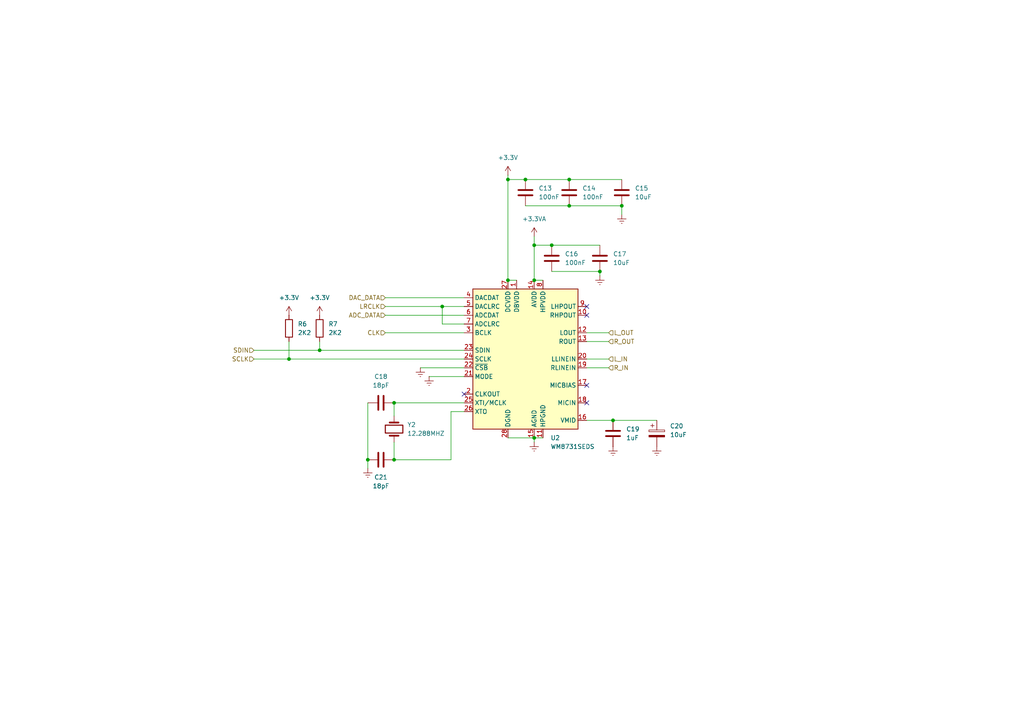
<source format=kicad_sch>
(kicad_sch (version 20231120) (generator "eeschema") (generator_version "8.0")
  (paper "A4")
  (lib_symbols
    (symbol "Audio:WM8731SEDS"
      (property "Reference" "U" (at -13.97 21.59 0))
      (property "Value" "WM8731SEDS" (at 0 5.08 0))
      (symbol "WM8731SEDS_0_1"
        (rectangle (start -15.24 20.32) (end 15.24 -20.32) (stroke (width 0.254)) (fill (type background)))
      )
      (symbol "WM8731SEDS_1_1"
        (pin power_in line (at -2.54 22.86 270) (length 2.54) (name "DBVDD") (number "1"))
        (pin output line (at 17.78 12.7 180) (length 2.54) (name "RHPOUT") (number "10"))
        (pin power_in line (at 5.08 -22.86 90) (length 2.54) (name "HPGND") (number "11"))
        (pin output line (at 17.78 7.62 180) (length 2.54) (name "LOUT") (number "12"))
        (pin output line (at 17.78 5.08 180) (length 2.54) (name "ROUT") (number "13"))
        (pin power_in line (at 2.54 22.86 270) (length 2.54) (name "AVDD") (number "14"))
        (pin power_in line (at 2.54 -22.86 90) (length 2.54) (name "AGND") (number "15"))
        (pin passive line (at 17.78 -17.78 180) (length 2.54) (name "VMID") (number "16"))
        (pin output line (at 17.78 -7.62 180) (length 2.54) (name "MICBIAS") (number "17"))
        (pin input line (at 17.78 -12.7 180) (length 2.54) (name "MICIN") (number "18"))
        (pin input line (at 17.78 -2.54 180) (length 2.54) (name "RLINEIN") (number "19"))
        (pin output line (at -17.78 -10.16 0) (length 2.54) (name "CLKOUT") (number "2"))
        (pin input line (at 17.78 0 180) (length 2.54) (name "LLINEIN") (number "20"))
        (pin input line (at -17.78 -5.08 0) (length 2.54) (name "MODE") (number "21"))
        (pin input line (at -17.78 -2.54 0) (length 2.54) (name "~{CSB}") (number "22"))
        (pin bidirectional line (at -17.78 2.54 0) (length 2.54) (name "SDIN") (number "23"))
        (pin input line (at -17.78 0 0) (length 2.54) (name "SCLK") (number "24"))
        (pin input line (at -17.78 -12.7 0) (length 2.54) (name "XTI/MCLK") (number "25"))
        (pin output line (at -17.78 -15.24 0) (length 2.54) (name "XTO") (number "26"))
        (pin power_in line (at -5.08 22.86 270) (length 2.54) (name "DCVDD") (number "27"))
        (pin power_in line (at -5.08 -22.86 90) (length 2.54) (name "DGND") (number "28"))
        (pin bidirectional line (at -17.78 7.62 0) (length 2.54) (name "BCLK") (number "3"))
        (pin input line (at -17.78 17.78 0) (length 2.54) (name "DACDAT") (number "4"))
        (pin bidirectional line (at -17.78 15.24 0) (length 2.54) (name "DACLRC") (number "5"))
        (pin output line (at -17.78 12.7 0) (length 2.54) (name "ADCDAT") (number "6"))
        (pin bidirectional line (at -17.78 10.16 0) (length 2.54) (name "ADCLRC") (number "7"))
        (pin power_in line (at 5.08 22.86 270) (length 2.54) (name "HPVDD") (number "8"))
        (pin output line (at 17.78 15.24 180) (length 2.54) (name "LHPOUT") (number "9"))
      )
    )
    (symbol "Device:C" (pin_numbers hide) (pin_names (offset 0.254))
      (property "Reference" "C" (at 0.635 2.54 0))
      (property "Value" "C" (at 0.635 -2.54 0))
      (symbol "C_0_1"
        (polyline (pts (xy -2.032 -0.762) (xy 2.032 -0.762)) (stroke (width 0.508)))
        (polyline (pts (xy -2.032 0.762) (xy 2.032 0.762)) (stroke (width 0.508)))
      )
      (symbol "C_1_1"
        (pin passive line (at 0 3.81 270) (length 2.794) (name "~") (number "1"))
        (pin passive line (at 0 -3.81 90) (length 2.794) (name "~") (number "2"))
      )
    )
    (symbol "Device:C_Polarized" (pin_numbers hide) (pin_names (offset 0.254))
      (property "Reference" "C" (at 0.635 2.54 0))
      (property "Value" "C_Polarized" (at 0.635 -2.54 0))
      (symbol "C_Polarized_0_1"
        (rectangle (start -2.286 0.508) (end 2.286 1.016))
        (polyline (pts (xy -1.778 2.286) (xy -0.762 2.286)))
        (polyline (pts (xy -1.27 2.794) (xy -1.27 1.778)))
        (rectangle (start 2.286 -0.508) (end -2.286 -1.016) (fill (type outline)))
      )
      (symbol "C_Polarized_1_1"
        (pin passive line (at 0 3.81 270) (length 2.794) (name "~") (number "1"))
        (pin passive line (at 0 -3.81 90) (length 2.794) (name "~") (number "2"))
      )
    )
    (symbol "Device:Crystal" (pin_numbers hide) (pin_names (offset 1.016) hide)
      (property "Reference" "Y" (at 0 3.81 0))
      (property "Value" "Crystal" (at 0 -3.81 0))
      (symbol "Crystal_0_1"
        (rectangle (start -1.143 2.54) (end 1.143 -2.54) (stroke (width 0.3048)))
        (polyline (pts (xy -2.54 0) (xy -1.905 0)))
        (polyline (pts (xy -1.905 -1.27) (xy -1.905 1.27)) (stroke (width 0.508)))
        (polyline (pts (xy 1.905 -1.27) (xy 1.905 1.27)) (stroke (width 0.508)))
        (polyline (pts (xy 2.54 0) (xy 1.905 0)))
      )
      (symbol "Crystal_1_1"
        (pin passive line (at -3.81 0 0) (length 1.27) (name "1") (number "1"))
        (pin passive line (at 3.81 0 180) (length 1.27) (name "2") (number "2"))
      )
    )
    (symbol "Device:R" (pin_numbers hide) (pin_names (offset 0))
      (property "Reference" "R" (at 2.032 0 90))
      (property "Value" "R" (at 0 0 90))
      (symbol "R_0_1"
        (rectangle (start -1.016 -2.54) (end 1.016 2.54) (stroke (width 0.254)))
      )
      (symbol "R_1_1"
        (pin passive line (at 0 3.81 270) (length 1.27) (name "~") (number "1"))
        (pin passive line (at 0 -3.81 90) (length 1.27) (name "~") (number "2"))
      )
    )
    (symbol "power:+3.3V" (power) (pin_numbers hide) (pin_names (offset 0) hide)
      (property "Value" "+3.3V" (at 0 3.556 0))
      (symbol "+3.3V_0_1"
        (polyline (pts (xy -0.762 1.27) (xy 0 2.54)))
        (polyline (pts (xy 0 0) (xy 0 2.54)))
        (polyline (pts (xy 0 2.54) (xy 0.762 1.27)))
      )
      (symbol "+3.3V_1_1"
        (pin power_in line (at 0 0 90) (length 0) (name "~") (number "1"))
      )
    )
    (symbol "power:GNDREF" (power) (pin_numbers hide) (pin_names (offset 0) hide)
      (property "Value" "GNDREF" (at 0 -3.81 0))
      (symbol "GNDREF_0_1"
        (polyline (pts (xy -0.635 -1.905) (xy 0.635 -1.905)))
        (polyline (pts (xy -0.127 -2.54) (xy 0.127 -2.54)))
        (polyline (pts (xy 0 -1.27) (xy 0 0)))
        (polyline (pts (xy 1.27 -1.27) (xy -1.27 -1.27)))
      )
      (symbol "GNDREF_1_1"
        (pin power_in line (at 0 0 270) (length 0) (name "~") (number "1"))
      )
    )
  )
  (junction (at 154.94 81.28))
  (junction (at 165.1 52.07))
  (junction (at 128.27 88.9))
  (junction (at 92.71 101.6))
  (junction (at 165.1 59.69))
  (junction (at 154.94 71.12))
  (junction (at 160.02 71.12))
  (junction (at 152.4 52.07))
  (junction (at 180.34 59.69))
  (junction (at 83.82 104.14))
  (junction (at 147.32 81.28))
  (junction (at 154.94 127))
  (junction (at 173.99 78.74))
  (junction (at 106.68 133.35))
  (junction (at 147.32 52.07))
  (junction (at 177.8 121.92))
  (junction (at 114.3 116.84))
  (junction (at 114.3 133.35))
  (no_connect (at 134.62 114.3))
  (no_connect (at 170.18 116.84))
  (no_connect (at 170.18 91.44))
  (no_connect (at 170.18 111.76))
  (no_connect (at 170.18 88.9))
  (wire (pts (xy 154.94 68.58) (xy 154.94 71.12)))
  (wire (pts (xy 147.32 81.28) (xy 149.86 81.28)))
  (wire (pts (xy 147.32 52.07) (xy 147.32 81.28)))
  (wire (pts (xy 170.18 106.68) (xy 176.53 106.68)))
  (wire (pts (xy 165.1 59.69) (xy 180.34 59.69)))
  (wire (pts (xy 154.94 71.12) (xy 154.94 81.28)))
  (wire (pts (xy 160.02 71.12) (xy 173.99 71.12)))
  (wire (pts (xy 128.27 88.9) (xy 134.62 88.9)))
  (wire (pts (xy 83.82 104.14) (xy 134.62 104.14)))
  (wire (pts (xy 92.71 101.6) (xy 134.62 101.6)))
  (wire (pts (xy 147.32 127) (xy 154.94 127)))
  (wire (pts (xy 111.76 96.52) (xy 134.62 96.52)))
  (wire (pts (xy 128.27 93.98) (xy 134.62 93.98)))
  (wire (pts (xy 92.71 99.06) (xy 92.71 101.6)))
  (wire (pts (xy 173.99 78.74) (xy 160.02 78.74)))
  (wire (pts (xy 180.34 62.23) (xy 180.34 59.69)))
  (wire (pts (xy 177.8 121.92) (xy 190.5 121.92)))
  (wire (pts (xy 114.3 120.65) (xy 114.3 116.84)))
  (wire (pts (xy 152.4 59.69) (xy 165.1 59.69)))
  (wire (pts (xy 73.66 104.14) (xy 83.82 104.14)))
  (wire (pts (xy 176.53 96.52) (xy 170.18 96.52)))
  (wire (pts (xy 154.94 127) (xy 157.48 127)))
  (wire (pts (xy 106.68 133.35) (xy 106.68 135.89)))
  (wire (pts (xy 106.68 116.84) (xy 106.68 133.35)))
  (wire (pts (xy 111.76 88.9) (xy 128.27 88.9)))
  (wire (pts (xy 154.94 128.27) (xy 154.94 127)))
  (wire (pts (xy 134.62 119.38) (xy 130.81 119.38)))
  (wire (pts (xy 154.94 71.12) (xy 160.02 71.12)))
  (wire (pts (xy 170.18 104.14) (xy 176.53 104.14)))
  (wire (pts (xy 111.76 91.44) (xy 134.62 91.44)))
  (wire (pts (xy 83.82 99.06) (xy 83.82 104.14)))
  (wire (pts (xy 154.94 81.28) (xy 157.48 81.28)))
  (wire (pts (xy 73.66 101.6) (xy 92.71 101.6)))
  (wire (pts (xy 170.18 99.06) (xy 176.53 99.06)))
  (wire (pts (xy 114.3 116.84) (xy 134.62 116.84)))
  (wire (pts (xy 152.4 52.07) (xy 165.1 52.07)))
  (wire (pts (xy 128.27 93.98) (xy 128.27 88.9)))
  (wire (pts (xy 130.81 119.38) (xy 130.81 133.35)))
  (wire (pts (xy 165.1 52.07) (xy 180.34 52.07)))
  (wire (pts (xy 114.3 128.27) (xy 114.3 133.35)))
  (wire (pts (xy 173.99 78.74) (xy 173.99 80.01)))
  (wire (pts (xy 124.46 109.22) (xy 134.62 109.22)))
  (wire (pts (xy 147.32 50.8) (xy 147.32 52.07)))
  (wire (pts (xy 111.76 86.36) (xy 134.62 86.36)))
  (wire (pts (xy 147.32 52.07) (xy 152.4 52.07)))
  (wire (pts (xy 177.8 121.92) (xy 170.18 121.92)))
  (wire (pts (xy 121.92 106.68) (xy 134.62 106.68)))
  (wire (pts (xy 130.81 133.35) (xy 114.3 133.35)))
  (hierarchical_label "CLK" (shape input) (at 111.76 96.52 180))
  (hierarchical_label "ADC_DATA" (shape input) (at 111.76 91.44 180))
  (hierarchical_label "L_OUT" (shape input) (at 176.53 96.52 0))
  (hierarchical_label "R_OUT" (shape input) (at 176.53 99.06 0))
  (hierarchical_label "R_IN" (shape input) (at 176.53 106.68 0))
  (hierarchical_label "DAC_DATA" (shape input) (at 111.76 86.36 180))
  (hierarchical_label "SCLK" (shape input) (at 73.66 104.14 180))
  (hierarchical_label "SDIN" (shape input) (at 73.66 101.6 180))
  (hierarchical_label "L_IN" (shape input) (at 176.53 104.14 0))
  (hierarchical_label "LRCLK" (shape input) (at 111.76 88.9 180))
  (symbol (lib_id "Device:C") (at 152.4 55.88 180) (unit 1)
    (property "Reference" "C13" (at 156.21 54.6099 0) (effects (justify right)))
    (property "Value" "100nF" (at 156.21 57.1499 0) (effects (justify right)))
    (property "Footprint" "Capacitor_SMD:C_0805_2012Metric_Pad1.18x1.45mm_HandSolder" (effects (hide yes)))
    (property "Description" "Unpolarized capacitor" (effects (hide yes)))
  )
  (symbol (lib_id "Audio:WM8731SEDS") (at 152.4 104.14 0) (unit 1)
    (property "Reference" "U2" (at 159.6741 127 0) (effects (justify left)))
    (property "Value" "WM8731SEDS" (at 159.6741 129.54 0) (effects (justify left)))
    (property "Footprint" "Package_SO:SSOP-28_5.3x10.2mm_P0.65mm" (effects (hide yes)))
    (property "Datasheet" "https://statics.cirrus.com/pubs/proDatasheet/WM8731_v4.9.pdf" (effects (hide yes)))
    (property "Description" "Portable Internet Audio CODEC with Headphone Driver and Programmable Sample Rates, SSOP-28" (effects (hide yes)))
  )
  (symbol (lib_id "power:GNDREF") (at 106.68 135.89 0) (unit 1)
    (property "Reference" "#PWR041" (effects (hide yes)))
    (property "Value" "GNDREF" (effects (hide yes)))
    (property "Description" "Power symbol creates a global label with name \"GNDREF\" , reference supply ground" (effects (hide yes)))
  )
  (symbol (lib_id "Device:C") (at 173.99 74.93 180) (unit 1)
    (property "Reference" "C17" (at 177.8 73.6599 0) (effects (justify right)))
    (property "Value" "10uF" (at 177.8 76.1999 0) (effects (justify right)))
    (property "Footprint" "Capacitor_SMD:C_0805_2012Metric_Pad1.18x1.45mm_HandSolder" (effects (hide yes)))
    (property "Description" "Unpolarized capacitor" (effects (hide yes)))
  )
  (symbol (lib_id "power:GNDREF") (at 177.8 129.54 0) (unit 1)
    (property "Reference" "#PWR039" (effects (hide yes)))
    (property "Value" "GNDREF" (effects (hide yes)))
    (property "Description" "Power symbol creates a global label with name \"GNDREF\" , reference supply ground" (effects (hide yes)))
  )
  (symbol (lib_id "power:+3.3V") (at 83.82 91.44 0) (unit 1)
    (property "Reference" "#PWR034" (effects (hide yes)))
    (property "Value" "+3.3V" (at 83.82 86.36 0))
    (property "Description" "Power symbol creates a global label with name \"+3.3V\"" (effects (hide yes)))
  )
  (symbol (lib_id "Device:R") (at 92.71 95.25 0) (unit 1)
    (property "Reference" "R7" (at 95.25 93.9799 0) (effects (justify left)))
    (property "Value" "2K2" (at 95.25 96.5199 0) (effects (justify left)))
    (property "Footprint" "Resistor_SMD:R_0805_2012Metric_Pad1.20x1.40mm_HandSolder" (effects (hide yes)))
    (property "Description" "Resistor" (effects (hide yes)))
  )
  (symbol (lib_id "Device:Crystal") (at 114.3 124.46 270) (unit 1)
    (property "Reference" "Y2" (at 118.11 123.1899 90) (effects (justify left)))
    (property "Value" "12.288MHZ" (at 118.11 125.7299 90) (effects (justify left)))
    (property "Footprint" "Crystal:Crystal_HC49-U_Vertical" (effects (hide yes)))
    (property "Description" "Two pin crystal" (effects (hide yes)))
  )
  (symbol (lib_id "power:GNDREF") (at 180.34 62.23 0) (unit 1)
    (property "Reference" "#PWR031" (effects (hide yes)))
    (property "Value" "GNDREF" (effects (hide yes)))
    (property "Description" "Power symbol creates a global label with name \"GNDREF\" , reference supply ground" (effects (hide yes)))
  )
  (symbol (lib_id "Device:C") (at 110.49 116.84 270) (unit 1)
    (property "Reference" "C18" (at 110.49 109.22 90))
    (property "Value" "18pF" (at 110.49 111.76 90))
    (property "Footprint" "Capacitor_SMD:C_0805_2012Metric_Pad1.18x1.45mm_HandSolder" (effects (hide yes)))
    (property "Description" "Unpolarized capacitor" (effects (hide yes)))
  )
  (symbol (lib_id "power:+3.3V") (at 154.94 68.58 0) (unit 1)
    (property "Reference" "#PWR032" (effects (hide yes)))
    (property "Value" "+3.3VA" (at 154.94 63.5 0))
    (property "Description" "Power symbol creates a global label with name \"+3.3V\"" (effects (hide yes)))
  )
  (symbol (lib_id "Device:C") (at 177.8 125.73 180) (unit 1)
    (property "Reference" "C19" (at 181.61 124.4599 0) (effects (justify right)))
    (property "Value" "1uF" (at 181.61 126.9999 0) (effects (justify right)))
    (property "Footprint" "Capacitor_SMD:C_0805_2012Metric_Pad1.18x1.45mm_HandSolder" (effects (hide yes)))
    (property "Description" "Unpolarized capacitor" (effects (hide yes)))
  )
  (symbol (lib_id "Device:C") (at 180.34 55.88 180) (unit 1)
    (property "Reference" "C15" (at 184.15 54.6099 0) (effects (justify right)))
    (property "Value" "10uF" (at 184.15 57.1499 0) (effects (justify right)))
    (property "Footprint" "Capacitor_SMD:C_0805_2012Metric_Pad1.18x1.45mm_HandSolder" (effects (hide yes)))
    (property "Description" "Unpolarized capacitor" (effects (hide yes)))
  )
  (symbol (lib_id "Device:C") (at 160.02 74.93 180) (unit 1)
    (property "Reference" "C16" (at 163.83 73.6599 0) (effects (justify right)))
    (property "Value" "100nF" (at 163.83 76.1999 0) (effects (justify right)))
    (property "Footprint" "Capacitor_SMD:C_0805_2012Metric_Pad1.18x1.45mm_HandSolder" (effects (hide yes)))
    (property "Description" "Unpolarized capacitor" (effects (hide yes)))
  )
  (symbol (lib_id "power:+3.3V") (at 147.32 50.8 0) (unit 1)
    (property "Reference" "#PWR030" (effects (hide yes)))
    (property "Value" "+3.3V" (at 147.32 45.72 0))
    (property "Description" "Power symbol creates a global label with name \"+3.3V\"" (effects (hide yes)))
  )
  (symbol (lib_id "power:GNDREF") (at 124.46 109.22 0) (unit 1)
    (property "Reference" "#PWR037" (effects (hide yes)))
    (property "Value" "GNDREF" (effects (hide yes)))
    (property "Description" "Power symbol creates a global label with name \"GNDREF\" , reference supply ground" (effects (hide yes)))
  )
  (symbol (lib_id "power:GNDREF") (at 121.92 106.68 0) (unit 1)
    (property "Reference" "#PWR036" (effects (hide yes)))
    (property "Value" "GNDREF" (effects (hide yes)))
    (property "Description" "Power symbol creates a global label with name \"GNDREF\" , reference supply ground" (effects (hide yes)))
  )
  (symbol (lib_id "power:GNDREF") (at 154.94 128.27 0) (unit 1)
    (property "Reference" "#PWR038" (effects (hide yes)))
    (property "Value" "GNDREF" (effects (hide yes)))
    (property "Description" "Power symbol creates a global label with name \"GNDREF\" , reference supply ground" (effects (hide yes)))
  )
  (symbol (lib_id "Device:C_Polarized") (at 190.5 125.73 0) (unit 1)
    (property "Reference" "C20" (at 194.31 123.5709 0) (effects (justify left)))
    (property "Value" "10uF" (at 194.31 126.1109 0) (effects (justify left)))
    (property "Footprint" "Capacitor_THT:CP_Radial_D4.0mm_P2.00mm" (effects (hide yes)))
    (property "Description" "Polarized capacitor" (effects (hide yes)))
  )
  (symbol (lib_id "Device:C") (at 165.1 55.88 180) (unit 1)
    (property "Reference" "C14" (at 168.91 54.6099 0) (effects (justify right)))
    (property "Value" "100nF" (at 168.91 57.1499 0) (effects (justify right)))
    (property "Footprint" "Capacitor_SMD:C_0805_2012Metric_Pad1.18x1.45mm_HandSolder" (effects (hide yes)))
    (property "Description" "Unpolarized capacitor" (effects (hide yes)))
  )
  (symbol (lib_id "power:GNDREF") (at 190.5 129.54 0) (unit 1)
    (property "Reference" "#PWR040" (effects (hide yes)))
    (property "Value" "GNDREF" (effects (hide yes)))
    (property "Description" "Power symbol creates a global label with name \"GNDREF\" , reference supply ground" (effects (hide yes)))
  )
  (symbol (lib_id "power:GNDREF") (at 173.99 80.01 0) (unit 1)
    (property "Reference" "#PWR033" (effects (hide yes)))
    (property "Value" "GNDREF" (effects (hide yes)))
    (property "Description" "Power symbol creates a global label with name \"GNDREF\" , reference supply ground" (effects (hide yes)))
  )
  (symbol (lib_id "power:+3.3V") (at 92.71 91.44 0) (unit 1)
    (property "Reference" "#PWR035" (effects (hide yes)))
    (property "Value" "+3.3V" (at 92.71 86.36 0))
    (property "Description" "Power symbol creates a global label with name \"+3.3V\"" (effects (hide yes)))
  )
  (symbol (lib_id "Device:C") (at 110.49 133.35 270) (unit 1)
    (property "Reference" "C21" (at 110.49 138.43 90))
    (property "Value" "18pF" (at 110.49 140.97 90))
    (property "Footprint" "Capacitor_SMD:C_0805_2012Metric_Pad1.18x1.45mm_HandSolder" (effects (hide yes)))
    (property "Description" "Unpolarized capacitor" (effects (hide yes)))
  )
  (symbol (lib_id "Device:R") (at 83.82 95.25 180) (unit 1)
    (property "Reference" "R6" (at 86.36 93.9799 0) (effects (justify right)))
    (property "Value" "2K2" (at 86.36 96.5199 0) (effects (justify right)))
    (property "Footprint" "Resistor_SMD:R_0805_2012Metric_Pad1.20x1.40mm_HandSolder" (effects (hide yes)))
    (property "Description" "Resistor" (effects (hide yes)))
  )
)
</source>
